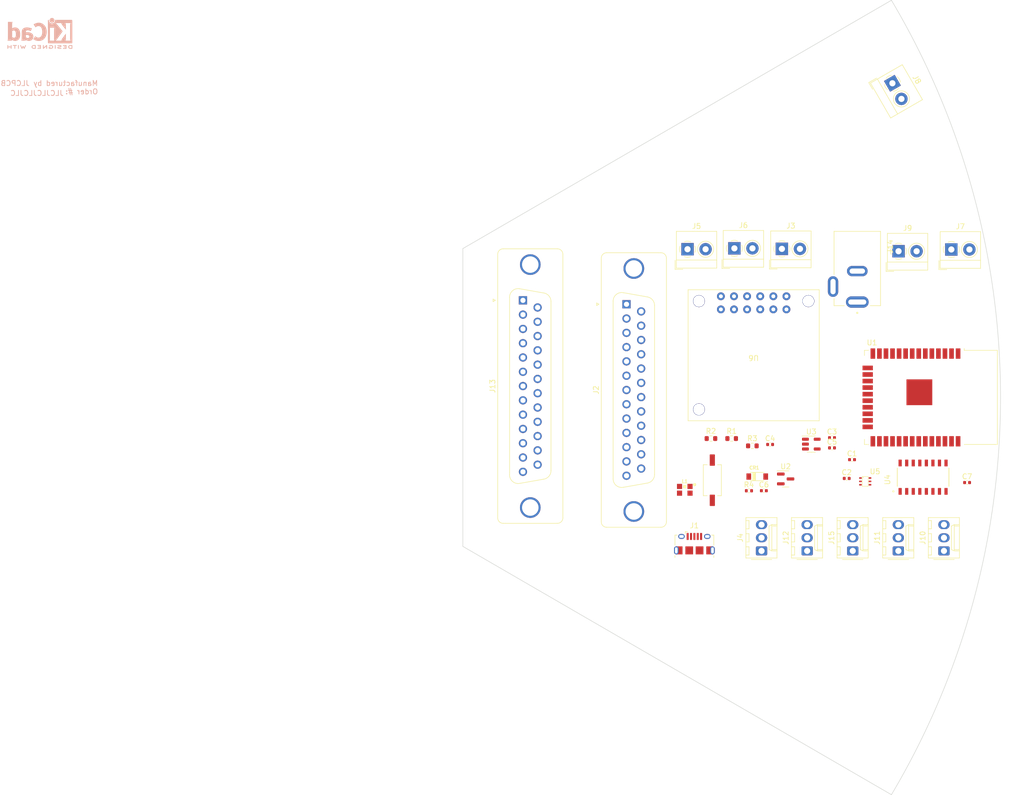
<source format=kicad_pcb>
(kicad_pcb (version 20211014) (generator pcbnew)
  (layers (0 "F.Cu" signal) (1 "In1.Cu" signal) (2 "In2.Cu" signal) (31 "B.Cu" signal) (34 "B.Paste" user) (35 "F.Paste" user) (36 "B.SilkS" user "B.Silkscreen") (37 "F.SilkS" user "F.Silkscreen") (38 "B.Mask" user) (39 "F.Mask" user) (44 "Edge.Cuts" user))
  (net 0 "")
  (net 1 "RX_FU")
  (net 2 "GND")
  (net 3 "+3.3V")
  (net 4 "VIN")
  (net 5 "VBUS")
  (net 8 "D-")
  (net 9 "D+")
  (net 12 "VBUS_DC")
  (net 13 "SCL")
  (net 14 "SDA")
  (net 15 "+5V")
  (net 16 "D-_DC")
  (net 18 "GND_DC")
  (net 19 "D+_DC")
  (net 21 "Net-(R3-Pad1)")
  (net 22 "ST_LED_D")
  (net 27 "RX_US")
  (net 28 "TX_US")
  (net 29 "TX_FU")
  (net 30 "RX_FU4")
  (net 38 "GPIO0")
  (net 39 "TX_FU4")
  (net 40 "RX_FU3")
  (net 43 "TXD0")
  (net 44 "RXD0")
  (net 45 "TX_FU3")
  (net 53 "DTR")
  (net 54 "RTS")
  (net 56 "RESET")
  (net 61 "+12V")
  (net 62 "Net-(L1-Pad3)")
  (net 63 "RX_FU2")
  (net 64 "TX_FU2")
  (footprint "Package_TO_SOT_SMD:SOT-23-5" (layer "F.Cu") (at 121.29 116.75)
    (fp_text reference "U3" (at 0 -2.4) (layer "F.SilkS"))
    (fp_text value "ME6211C33M5G")
    (pad "1" smd roundrect locked (at -1.1375 -0.95) (size 1.325 0.6) (layers "F.Cu" "F.Paste" "F.Mask") (net 4 "VIN"))
    (pad "2" smd roundrect locked (at -1.1375 0) (size 1.325 0.6) (layers "F.Cu" "F.Paste" "F.Mask") (net 2 "GND"))
    (pad "3" smd roundrect locked (at -1.1375 0.95) (size 1.325 0.6) (layers "F.Cu" "F.Paste" "F.Mask") (net 21 "Net-(R3-Pad1)"))
    (pad "4" smd roundrect locked (at 1.1375 0.95) (size 1.325 0.6) (layers "F.Cu" "F.Paste" "F.Mask"))
    (pad "5" smd roundrect locked (at 1.1375 -0.95) (size 1.325 0.6) (layers "F.Cu" "F.Paste" "F.Mask") (net 3 "+3.3V"))
  )
  (footprint "Capacitor_SMD:C_0402_1005Metric" (layer "F.Cu") (at 125.3 115.51)
    (fp_text reference "C3" (at 0 -1.16) (layer "F.SilkS"))
    (fp_text value "100nF")
    (pad "1" smd roundrect locked (at -0.48 0) (size 0.56 0.62) (layers "F.Cu" "F.Paste" "F.Mask") (net 3 "+3.3V"))
    (pad "2" smd roundrect locked (at 0.48 0) (size 0.56 0.62) (layers "F.Cu" "F.Paste" "F.Mask") (net 2 "GND"))
  )
  (footprint "Custom:WS2812B-2020" (layer "F.Cu") (at 96.78 125.605)
    (fp_text reference "L1" (at 0 -1.624) (layer "F.SilkS") (effects (font (size 0.64 0.64))))
    (fp_text value "WS2812B-2020")
    (pad "1" smd rect (at 1.015 0.65) (size 1 1) (layers "F.Cu" "F.Paste" "F.Mask"))
    (pad "2" smd rect (at 1.015 -0.65) (size 1 1) (layers "F.Cu" "F.Paste" "F.Mask") (net 2 "GND"))
    (pad "3" smd rect (at -1.015 -0.65) (size 1 1) (layers "F.Cu" "F.Paste" "F.Mask") (net 62 "Net-(L1-Pad3)"))
    (pad "4" smd rect (at -1.015 0.65) (size 1 1) (layers "F.Cu" "F.Paste" "F.Mask") (net 15 "+5V"))
  )
  (footprint "Custom:XKB_DC-005-5A-2.0" (layer "F.Cu") (at 130.2 83.21 -90)
    (fp_text reference "J14" (at -4.775 -6.385 90) (layer "F.SilkS"))
    (fp_text value "DC-005-5A-2.0")
    (pad "1" thru_hole oval (at 6 0 270) (size 2.2 4.4) (drill oval 1 3.5) (layers *.Cu *.Mask) (net 61 "+12V"))
    (pad "2" thru_hole oval (at 0 0 270) (size 2 4) (drill oval 1 3) (layers *.Cu *.Mask) (net 2 "GND"))
    (pad "3" thru_hole oval (at 3 4.7 270) (size 4 2) (drill oval 3 1) (layers *.Cu *.Mask) (net 2 "GND"))
  )
  (footprint "Resistor_SMD:R_0603_1608Metric" (layer "F.Cu") (at 105.86 115.67)
    (fp_text reference "R1" (at 0 -1.43) (layer "F.SilkS"))
    (fp_text value "10K")
    (pad "1" smd roundrect locked (at -0.825 0) (size 0.8 0.95) (layers "F.Cu" "F.Paste" "F.Mask") (net 3 "+3.3V"))
    (pad "2" smd roundrect locked (at 0.825 0) (size 0.8 0.95) (layers "F.Cu" "F.Paste" "F.Mask") (net 56 "RESET"))
  )
  (footprint "Custom:SOIC127P600X180-16N" (layer "F.Cu") (at 142.945 123.16 90)
    (fp_text reference "U4" (at -0.48 -6.885 90) (layer "F.SilkS"))
    (fp_text value "CH340C")
    (pad "1" smd roundrect (at -2.75 -4.445 90) (size 1.31 0.62) (layers "F.Cu" "F.Paste" "F.Mask") (roundrect_rratio 0.08) (net 2 "GND"))
    (pad "2" smd roundrect (at -2.75 -3.175 90) (size 1.31 0.62) (layers "F.Cu" "F.Paste" "F.Mask") (roundrect_rratio 0.08) (net 44 "RXD0"))
    (pad "3" smd roundrect (at -2.75 -1.905 90) (size 1.31 0.62) (layers "F.Cu" "F.Paste" "F.Mask") (roundrect_rratio 0.08) (net 43 "TXD0"))
    (pad "4" smd roundrect (at -2.75 -0.635 90) (size 1.31 0.62) (layers "F.Cu" "F.Paste" "F.Mask") (roundrect_rratio 0.08) (net 3 "+3.3V"))
    (pad "5" smd roundrect (at -2.75 0.635 90) (size 1.31 0.62) (layers "F.Cu" "F.Paste" "F.Mask") (roundrect_rratio 0.08) (net 9 "D+"))
    (pad "6" smd roundrect (at -2.75 1.905 90) (size 1.31 0.62) (layers "F.Cu" "F.Paste" "F.Mask") (roundrect_rratio 0.08) (net 8 "D-"))
    (pad "7" smd roundrect (at -2.75 3.175 90) (size 1.31 0.62) (layers "F.Cu" "F.Paste" "F.Mask") (roundrect_rratio 0.08))
    (pad "8" smd roundrect (at -2.75 4.445 90) (size 1.31 0.62) (layers "F.Cu" "F.Paste" "F.Mask") (roundrect_rratio 0.08))
    (pad "9" smd roundrect (at 2.75 4.445 90) (size 1.31 0.62) (layers "F.Cu" "F.Paste" "F.Mask") (roundrect_rratio 0.08))
    (pad "10" smd roundrect (at 2.75 3.175 90) (size 1.31 0.62) (layers "F.Cu" "F.Paste" "F.Mask") (roundrect_rratio 0.08))
    (pad "11" smd roundrect (at 2.75 1.905 90) (size 1.31 0.62) (layers "F.Cu" "F.Paste" "F.Mask") (roundrect_rratio 0.08))
    (pad "12" smd roundrect (at 2.75 0.635 90) (size 1.31 0.62) (layers "F.Cu" "F.Paste" "F.Mask") (roundrect_rratio 0.08))
    (pad "13" smd roundrect (at 2.75 -0.635 90) (size 1.31 0.62) (layers "F.Cu" "F.Paste" "F.Mask") (roundrect_rratio 0.08) (net 53 "DTR"))
    (pad "14" smd roundrect (at 2.75 -1.905 90) (size 1.31 0.62) (layers "F.Cu" "F.Paste" "F.Mask") (roundrect_rratio 0.08) (net 54 "RTS"))
    (pad "15" smd roundrect (at 2.75 -3.175 90) (size 1.31 0.62) (layers "F.Cu" "F.Paste" "F.Mask") (roundrect_rratio 0.08))
    (pad "16" smd roundrect (at 2.75 -4.445 90) (size 1.31 0.62) (layers "F.Cu" "F.Paste" "F.Mask") (roundrect_rratio 0.08) (net 3 "+3.3V"))
  )
  (footprint "Capacitor_SMD:C_0402_1005Metric" (layer "F.Cu") (at 125.3 117.48)
    (fp_text reference "C5" (at 0 -1.16) (layer "F.SilkS"))
    (fp_text value "1uF")
    (pad "1" smd roundrect locked (at -0.48 0) (size 0.56 0.62) (layers "F.Cu" "F.Paste" "F.Mask") (net 2 "GND"))
    (pad "2" smd roundrect locked (at 0.48 0) (size 0.56 0.62) (layers "F.Cu" "F.Paste" "F.Mask") (net 4 "VIN"))
  )
  (footprint "TerminalBlock_4Ucon:TerminalBlock_4Ucon_1x02_P3.50mm_Horizontal" (layer "F.Cu") (at 97.31 78.97)
    (fp_text reference "J5" (at 1.75 -4.46) (layer "F.SilkS"))
    (fp_text value "12OUT")
    (pad "1" thru_hole rect locked (at 0 0) (size 2.4 2.4) (drill 1.2) (layers *.Cu *.Mask) (net 2 "GND"))
    (pad "2" thru_hole circle locked (at 3.5 0) (size 2.4 2.4) (drill 1.2) (layers *.Cu *.Mask) (net 61 "+12V"))
  )
  (footprint "TerminalBlock_4Ucon:TerminalBlock_4Ucon_1x02_P3.50mm_Horizontal" (layer "F.Cu") (at 106.39 78.8)
    (fp_text reference "J6" (at 1.75 -4.46) (layer "F.SilkS"))
    (fp_text value "12VOUT")
    (pad "1" thru_hole rect locked (at 0 0) (size 2.4 2.4) (drill 1.2) (layers *.Cu *.Mask) (net 2 "GND"))
    (pad "2" thru_hole circle locked (at 3.5 0) (size 2.4 2.4) (drill 1.2) (layers *.Cu *.Mask) (net 61 "+12V"))
  )
  (footprint "Capacitor_SMD:C_0402_1005Metric" (layer "F.Cu") (at 151.47 124.2)
    (fp_text reference "C7" (at 0 -1.16) (layer "F.SilkS"))
    (fp_text value "1uF")
    (pad "1" smd roundrect locked (at -0.48 0) (size 0.56 0.62) (layers "F.Cu" "F.Paste" "F.Mask") (net 3 "+3.3V"))
    (pad "2" smd roundrect locked (at 0.48 0) (size 0.56 0.62) (layers "F.Cu" "F.Paste" "F.Mask") (net 2 "GND"))
  )
  (footprint "TerminalBlock_4Ucon:TerminalBlock_4Ucon_1x02_P3.50mm_Horizontal" (layer "F.Cu") (at 138.19 79.36)
    (fp_text reference "J9" (at 1.75 -4.46) (layer "F.SilkS"))
    (fp_text value "5V Out")
    (pad "1" thru_hole rect locked (at 0 0) (size 2.4 2.4) (drill 1.2) (layers *.Cu *.Mask) (net 2 "GND"))
    (pad "2" thru_hole circle locked (at 3.5 0) (size 2.4 2.4) (drill 1.2) (layers *.Cu *.Mask) (net 15 "+5V"))
  )
  (footprint "Pololu:D36V50F5-STEPDOWN" (layer "F.Cu") (at 110.125 99.525 180)
    (fp_text reference "U6" (at 0 -0.5 180 unlocked) (layer "F.SilkS"))
    (fp_text value "D36V50F5-STEPDOWN")
    (pad "1" thru_hole circle (at -6.35 11.43 180) (size 1.524 1.524) (drill 0.762) (layers *.Cu *.Mask) (net 15 "+5V"))
    (pad "2" thru_hole circle (at -3.81 11.43 180) (size 1.524 1.524) (drill 0.762) (layers *.Cu *.Mask) (net 2 "GND"))
    (pad "3" thru_hole circle (at -1.27 11.43 180) (size 1.524 1.524) (drill 0.762) (layers *.Cu *.Mask) (net 2 "GND"))
    (pad "4" thru_hole circle (at 1.27 11.43 180) (size 1.524 1.524) (drill 0.762) (layers *.Cu *.Mask) (net 61 "+12V"))
    (pad "5" thru_hole circle (at 3.81 11.43 180) (size 1.524 1.524) (drill 0.762) (layers *.Cu *.Mask))
    (pad "6" thru_hole circle (at 6.35 11.43 180) (size 1.524 1.524) (drill 0.762) (layers *.Cu *.Mask))
    (pad "7" thru_hole circle (at 6.35 8.89 180) (size 1.524 1.524) (drill 0.762) (layers *.Cu *.Mask))
    (pad "8" thru_hole circle (at 3.81 8.89 180) (size 1.524 1.524) (drill 0.762) (layers *.Cu *.Mask))
    (pad "9" thru_hole circle (at 1.27 8.89 180) (size 1.524 1.524) (drill 0.762) (layers *.Cu *.Mask) (net 61 "+12V"))
    (pad "10" thru_hole circle (at -1.27 8.89 180) (size 1.524 1.524) (drill 0.762) (layers *.Cu *.Mask) (net 2 "GND"))
    (pad "11" thru_hole circle (at -3.81 8.89 180) (size 1.524 1.524) (drill 0.762) (layers *.Cu *.Mask) (net 2 "GND"))
    (pad "12" thru_hole circle (at -6.35 8.89 180) (size 1.524 1.524) (drill 0.762) (layers *.Cu *.Mask) (net 15 "+5V"))
    (pad "13" thru_hole circle (at -10.6 10.5 180) (size 2.3 2.3) (drill 2.2) (layers *.Cu *.Mask))
    (pad "14" thru_hole circle (at 10.6 10.5 180) (size 2.3 2.3) (drill 2.2) (layers *.Cu *.Mask))
    (pad "15" thru_hole circle (at 10.6 -10.5 180) (size 2.3 2.3) (drill 2.2) (layers *.Cu *.Mask))
  )
  (footprint "Capacitor_SMD:C_0402_1005Metric" (layer "F.Cu") (at 113.31 116.82)
    (fp_text reference "C4" (at 0 -1.16) (layer "F.SilkS"))
    (fp_text value "10uF")
    (pad "1" smd roundrect locked (at -0.48 0) (size 0.56 0.62) (layers "F.Cu" "F.Paste" "F.Mask") (net 3 "+3.3V"))
    (pad "2" smd roundrect locked (at 0.48 0) (size 0.56 0.62) (layers "F.Cu" "F.Paste" "F.Mask") (net 2 "GND"))
  )
  (footprint "Custom:TS-1101S-B-B-B-W-A" (layer "F.Cu") (at 102.115 123.745 -90)
    (fp_text reference "SW1")
    (fp_text value "SW_Push")
    (pad "1" smd roundrect (at -3.9 0 270) (size 2.2 1) (layers "F.Cu" "F.Paste" "F.Mask") (roundrect_rratio 0.1) (net 2 "GND"))
    (pad "2" smd roundrect (at 3.9 0 270) (size 2.2 1) (layers "F.Cu" "F.Paste" "F.Mask") (roundrect_rratio 0.1) (net 56 "RESET"))
  )
  (footprint "Capacitor_SMD:C_0402_1005Metric" (layer "F.Cu") (at 112.1 125.78)
    (fp_text reference "C6" (at 0 -1.16) (layer "F.SilkS"))
    (fp_text value "100nF")
    (pad "1" smd roundrect locked (at -0.48 0) (size 0.56 0.62) (layers "F.Cu" "F.Paste" "F.Mask") (net 3 "+3.3V"))
    (pad "2" smd roundrect locked (at 0.48 0) (size 0.56 0.62) (layers "F.Cu" "F.Paste" "F.Mask") (net 2 "GND"))
  )
  (footprint "Connector_Molex:Molex_KK-254_AE-6410-03A_1x03_P2.54mm_Vertical" (layer "F.Cu") (at 111.65 137.45 90)
    (fp_text reference "J4" (at 2.54 -4.12 90) (layer "F.SilkS"))
    (fp_text value "SERIAL_RS")
    (pad "1" thru_hole roundrect locked (at 0 0 90) (size 1.74 2.19) (drill 1.19) (layers *.Cu *.Mask) (roundrect_rratio 0.143678) (net 2 "GND"))
    (pad "2" thru_hole oval locked (at 2.54 0 90) (size 1.74 2.19) (drill 1.19) (layers *.Cu *.Mask) (net 27 "RX_US"))
    (pad "3" thru_hole oval locked (at 5.08 0 90) (size 1.74 2.19) (drill 1.19) (layers *.Cu *.Mask) (net 28 "TX_US"))
  )
  (footprint "Connector_Dsub:DSUB-25_Female_Vertical_P2.77x2.84mm_MountingHoles" (layer "F.Cu") (at 65.43 88.879338 90)
    (fp_text reference "J13" (at -16.62 -5.89 90) (layer "F.SilkS"))
    (fp_text value "DB25_Female_MountingHoles")
    (pad "0" thru_hole circle locked (at 6.93 1.42 90) (size 4 4) (drill 3.2) (layers *.Cu *.Mask))
    (pad "0" thru_hole circle locked (at -40.17 1.42 90) (size 4 4) (drill 3.2) (layers *.Cu *.Mask))
    (pad "1" thru_hole rect locked (at 0 0 90) (size 1.6 1.6) (drill 1) (layers *.Cu *.Mask) (net 61 "+12V"))
    (pad "2" thru_hole circle locked (at -2.77 0 90) (size 1.6 1.6) (drill 1) (layers *.Cu *.Mask) (net 61 "+12V"))
    (pad "3" thru_hole circle locked (at -5.54 0 90) (size 1.6 1.6) (drill 1) (layers *.Cu *.Mask) (net 2 "GND"))
    (pad "4" thru_hole circle locked (at -8.31 0 90) (size 1.6 1.6) (drill 1) (layers *.Cu *.Mask) (net 2 "GND"))
    (pad "5" thru_hole circle locked (at -11.08 0 90) (size 1.6 1.6) (drill 1) (layers *.Cu *.Mask) (net 12 "VBUS_DC"))
    (pad "6" thru_hole circle locked (at -13.85 0 90) (size 1.6 1.6) (drill 1) (layers *.Cu *.Mask) (net 16 "D-_DC"))
    (pad "7" thru_hole circle locked (at -16.62 0 90) (size 1.6 1.6) (drill 1) (layers *.Cu *.Mask))
    (pad "8" thru_hole circle locked (at -19.39 0 90) (size 1.6 1.6) (drill 1) (layers *.Cu *.Mask) (net 2 "GND"))
    (pad "9" thru_hole circle locked (at -22.16 0 90) (size 1.6 1.6) (drill 1) (layers *.Cu *.Mask) (net 9 "D+"))
    (pad "10" thru_hole circle locked (at -24.93 0 90) (size 1.6 1.6) (drill 1) (layers *.Cu *.Mask) (net 2 "GND"))
    (pad "11" thru_hole circle locked (at -27.7 0 90) (size 1.6 1.6) (drill 1) (layers *.Cu *.Mask) (net 2 "GND"))
    (pad "12" thru_hole circle locked (at -30.47 0 90) (size 1.6 1.6) (drill 1) (layers *.Cu *.Mask) (net 61 "+12V"))
    (pad "13" thru_hole circle locked (at -33.24 0 90) (size 1.6 1.6) (drill 1) (layers *.Cu *.Mask) (net 61 "+12V"))
    (pad "14" thru_hole circle locked (at -1.385 2.84 90) (size 1.6 1.6) (drill 1) (layers *.Cu *.Mask) (net 61 "+12V"))
    (pad "15" thru_hole circle locked (at -4.155 2.84 90) (size 1.6 1.6) (drill 1) (layers *.Cu *.Mask) (net 61 "+12V"))
    (pad "16" thru_hole circle locked (at -6.925 2.84 90) (size 1.6 1.6) (drill 1) (layers *.Cu *.Mask) (net 2 "GND"))
    (pad "17" thru_hole circle locked (at -9.695 2.84 90) (size 1.6 1.6) (drill 1) (layers *.Cu *.Mask) (net 2 "GND"))
    (pad "18" thru_hole circle locked (at -12.465 2.84 90) (size 1.6 1.6) (drill 1) (layers *.Cu *.Mask) (net 18 "GND_DC"))
    (pad "19" thru_hole circle locked (at -15.235 2.84 90) (size 1.6 1.6) (drill 1) (layers *.Cu *.Mask) (net 19 "D+_DC"))
    (pad "20" thru_hole circle locked (at -18.005 2.84 90) (size 1.6 1.6) (drill 1) (layers *.Cu *.Mask) (net 5 "VBUS"))
    (pad "21" thru_hole circle locked (at -20.775 2.84 90) (size 1.6 1.6) (drill 1) (layers *.Cu *.Mask) (net 8 "D-"))
    (pad "22" thru_hole circle locked (at -23.545 2.84 90) (size 1.6 1.6) (drill 1) (layers *.Cu *.Mask) (net 2 "GND"))
    (pad "23" thru_hole circle locked (at -26.315 2.84 90) (size 1.6 1.6) (drill 1) (layers *.Cu *.Mask) (net 2 "GND"))
    (pad "24" thru_hole circle locked (at -29.085 2.84 90) (size 1.6 1.6) (drill 1) (layers *.Cu *.Mask) (net 61 "+12V"))
    (pad "25" thru_hole circle locked (at -31.855 2.84 90) (size 1.6 1.6) (drill 1) (layers *.Cu *.Mask) (net 61 "+12V"))
  )
  (footprint "Resistor_SMD:R_0402_1005Metric" (layer "F.Cu") (at 109.21 125.79)
    (fp_text reference "R4" (at 0 -1.17) (layer "F.SilkS"))
    (fp_text value "220")
    (pad "1" smd roundrect locked (at -0.51 0) (size 0.54 0.64) (layers "F.Cu" "F.Paste" "F.Mask") (net 22 "ST_LED_D"))
    (pad "2" smd roundrect locked (at 0.51 0) (size 0.54 0.64) (layers "F.Cu" "F.Paste" "F.Mask") (net 62 "Net-(L1-Pad3)"))
  )
  (footprint "Custom:SOD3716X135N" (layer "F.Cu") (at 110.8185 123.0385)
    (fp_text reference "CR1" (at -0.568058 -1.706585) (layer "F.SilkS") (effects (font (size 0.64007 0.64007))))
    (fp_text value "B5819W-TP")
    (pad "A" smd rect (at 1.6383 0) (size 0.9144 1.2192) (layers "F.Cu" "F.Paste" "F.Mask") (net 5 "VBUS"))
    (pad "C" smd rect (at -1.6383 0) (size 0.9144 1.2192) (layers "F.Cu" "F.Paste" "F.Mask") (net 4 "VIN"))
  )
  (footprint "Package_TO_SOT_SMD:SOT-23" (layer "F.Cu") (at 116.32 123.5)
    (fp_text reference "U2" (at 0 -2.4) (layer "F.SilkS"))
    (fp_text value "CJ2301_S1")
    (pad "1" smd roundrect (at -0.9375 -0.95) (size 1.475 0.6) (layers "F.Cu" "F.Paste" "F.Mask") (net 5 "VBUS"))
    (pad "2" smd roundrect (at -0.9375 0.95) (size 1.475 0.6) (layers "F.Cu" "F.Paste" "F.Mask") (net 4 "VIN"))
    (pad "3" smd roundrect (at 0.9375 0) (size 1.475 0.6) (layers "F.Cu" "F.Paste" "F.Mask") (net 15 "+5V"))
  )
  (footprint "TerminalBlock_4Ucon:TerminalBlock_4Ucon_1x02_P3.50mm_Horizontal" (layer "F.Cu") (at 148.42 79.02)
    (fp_text reference "J7" (at 1.75 -4.46) (layer "F.SilkS"))
    (fp_text value "5V OUT")
    (pad "1" thru_hole rect locked (at 0 0) (size 2.4 2.4) (drill 1.2) (layers *.Cu *.Mask) (net 2 "GND"))
    (pad "2" thru_hole circle locked (at 3.5 0) (size 2.4 2.4) (drill 1.2) (layers *.Cu *.Mask) (net 15 "+5V"))
  )
  (footprint "Capacitor_SMD:C_0402_1005Metric" (layer "F.Cu") (at 129.18 119.76)
    (fp_text reference "C1" (at 0 -1.16) (layer "F.SilkS"))
    (fp_text value "100nF")
    (pad "1" smd roundrect locked (at -0.48 0) (size 0.56 0.62) (layers "F.Cu" "F.Paste" "F.Mask") (net 56 "RESET"))
    (pad "2" smd roundrect locked (at 0.48 0) (size 0.56 0.62) (layers "F.Cu" "F.Paste" "F.Mask") (net 2 "GND"))
  )
  (footprint "Custom:UMT6" (layer "F.Cu") (at 131.735 123.9758)
    (fp_text reference "U5" (at 1.905 -1.905) (layer "F.SilkS"))
    (fp_text value "UMH3N")
    (pad "1" smd rect (at -0.925 -0.65) (size 0.5 0.3) (layers "F.Cu") (net 54 "RTS"))
    (pad "2" smd rect (at -0.925 0) (size 0.5 0.3) (layers "F.Cu") (net 53 "DTR"))
    (pad "3" smd rect (at -0.925 0.65) (size 0.5 0.3) (layers "F.Cu") (net 38 "GPIO0"))
    (pad "4" smd rect (at 0.925 0.65 180) (size 0.5 0.3) (layers "F.Cu") (net 53 "DTR"))
    (pad "5" smd rect (at 0.925 0 180) (size 0.5 0.3) (layers "F.Cu") (net 54 "RTS"))
    (pad "6" smd rect (at 0.925 -0.65 180) (size 0.5 0.3) (layers "F.Cu") (net 56 "RESET"))
  )
  (footprint "RF_Module:ESP32-WROOM-32" (layer "F.Cu") (at 141.47 107.7 -90)
    (fp_text reference "U1" (at -10.61 8.43) (layer "F.SilkS"))
    (fp_text value "ESP32-WROOM-32D_16MB_")
    (pad "1" smd rect locked (at -8.5 -8.255 270) (size 2 0.9) (layers "F.Cu" "F.Paste" "F.Mask") (net 2 "GND"))
    (pad "2" smd rect locked (at -8.5 -6.985 270) (size 2 0.9) (layers "F.Cu" "F.Paste" "F.Mask") (net 3 "+3.3V"))
    (pad "3" smd rect locked (at -8.5 -5.715 270) (size 2 0.9) (layers "F.Cu" "F.Paste" "F.Mask") (net 56 "RESET"))
    (pad "4" smd rect locked (at -8.5 -4.445 270) (size 2 0.9) (layers "F.Cu" "F.Paste" "F.Mask"))
    (pad "5" smd rect locked (at -8.5 -3.175 270) (size 2 0.9) (layers "F.Cu" "F.Paste" "F.Mask"))
    (pad "6" smd rect locked (at -8.5 -1.905 270) (size 2 0.9) (layers "F.Cu" "F.Paste" "F.Mask"))
    (pad "7" smd rect locked (at -8.5 -0.635 270) (size 2 0.9) (layers "F.Cu" "F.Paste" "F.Mask"))
    (pad "8" smd rect locked (at -8.5 0.635 270) (size 2 0.9) (layers "F.Cu" "F.Paste" "F.Mask") (net 64 "TX_FU2"))
    (pad "9" smd rect locked (at -8.5 1.905 270) (size 2 0.9) (layers "F.Cu" "F.Paste" "F.Mask") (net 63 "RX_FU2"))
    (pad "10" smd rect locked (at -8.5 3.175 270) (size 2 0.9) (layers "F.Cu" "F.Paste" "F.Mask") (net 40 "RX_FU3"))
    (pad "11" smd rect locked (at -8.5 4.445 270) (size 2 0.9) (layers "F.Cu" "F.Paste" "F.Mask") (net 39 "TX_FU4"))
    (pad "12" smd rect locked (at -8.5 5.715 270) (size 2 0.9) (layers "F.Cu" "F.Paste" "F.Mask") (net 30 "RX_FU4"))
    (pad "13" smd rect locked (at -8.5 6.985 270) (size 2 0.9) (layers "F.Cu" "F.Paste" "F.Mask") (net 27 "RX_US"))
    (pad "14" smd rect locked (at -8.5 8.255 270) (size 2 0.9) (layers "F.Cu" "F.Paste" "F.Mask"))
    (pad "15" smd rect locked (at -5.715 9.255) (size 2 0.9) (layers "F.Cu" "F.Paste" "F.Mask") (net 2 "GND"))
    (pad "16" smd rect locked (at -4.445 9.255) (size 2 0.9) (layers "F.Cu" "F.Paste" "F.Mask") (net 28 "TX_US"))
    (pad "17" smd rect locked (at -3.175 9.255) (size 2 0.9) (layers "F.Cu" "F.Paste" "F.Mask"))
    (pad "18" smd rect locked (at -1.905 9.255) (size 2 0.9) (layers "F.Cu" "F.Paste" "F.Mask"))
    (pad "19" smd rect locked (at -0.635 9.255) (size 2 0.9) (layers "F.Cu" "F.Paste" "F.Mask"))
    (pad "20" smd rect locked (at 0.635 9.255) (size 2 0.9) (layers "F.Cu" "F.Paste" "F.Mask"))
    (pad "21" smd rect locked (at 1.905 9.255) (size 2 0.9) (layers "F.Cu" "F.Paste" "F.Mask"))
    (pad "22" smd rect locked (at 3.175 9.255) (size 2 0.9) (layers "F.Cu" "F.Paste" "F.Mask"))
    (pad "23" smd rect locked (at 4.445 9.255) (size 2 0.9) (layers "F.Cu" "F.Paste" "F.Mask") (net 29 "TX_FU"))
    (pad "24" smd rect locked (at 5.715 9.255) (size 2 0.9) (layers "F.Cu" "F.Paste" "F.Mask"))
    (pad "25" smd rect locked (at 8.5 8.255 270) (size 2 0.9) (layers "F.Cu" "F.Paste" "F.Mask") (net 38 "GPIO0"))
    (pad "26" smd rect locked (at 8.5 6.985 270) (size 2 0.9) (layers "F.Cu" "F.Paste" "F.Mask") (net 22 "ST_LED_D"))
    (pad "27" smd rect locked (at 8.5 5.715 270) (size 2 0.9) (layers "F.Cu" "F.Paste" "F.Mask") (net 1 "RX_FU"))
    (pad "28" smd rect locked (at 8.5 4.445 270) (size 2 0.9) (layers "F.Cu" "F.Paste" "F.Mask") (net 64 "TX_FU2"))
    (pad "29" smd rect locked (at 8.5 3.175 270) (size 2 0.9) (layers "F.Cu" "F.Paste" "F.Mask"))
    (pad "30" smd rect locked (at 8.5 1.905 270) (size 2 0.9) (layers "F.Cu" "F.Paste" "F.Mask") (net 63 "RX_FU2"))
    (pad "31" smd rect locked (at 8.5 0.635 270) (size 2 0.9) (layers "F.Cu" "F.Paste" "F.Mask"))
    (pad "32" smd rect locked (at 8.5 -0.635 270) (size 2 0.9) (layers "F.Cu" "F.Paste" "F.Mask"))
    (pad "33" smd rect locked (at 8.5 -1.905 270) (size 2 0.9) (layers "F.Cu" "F.Paste" "F.Mask") (net 14 "SDA"))
    (pad "34" smd rect locked (at 8.5 -3.175 270) (size 2 0.9) (layers "F.Cu" "F.Paste" "F.Mask") (net 44 "RXD0"))
    (pad "35" smd rect locked (at 8.5 -4.445 270) (size 2 0.9) (layers "F.Cu" "F.Paste" "F.Mask") (net 43 "TXD0"))
    (pad "36" smd rect locked (at 8.5 -5.715 270) (size 2 0.9) (layers "F.Cu" "F.Paste" "F.Mask") (net 13 "SCL"))
    (pad "37" smd rect locked (at 8.5 -6.985 270) (size 2 0.9) (layers "F.Cu" "F.Paste" "F.Mask") (net 45 "TX_FU3"))
    (pad "38" smd rect locked (at 8.5 -8.255 270) (size 2 0.9) (layers "F.Cu" "F.Paste" "F.Mask") (net 2 "GND"))
    (pad "39" smd rect locked (at -1 -0.755 270) (size 5 5) (layers "F.Cu" "F.Paste" "F.Mask") (net 2 "GND"))
  )
  (footprint "Connector_Molex:Molex_KK-254_AE-6410-03A_1x03_P2.54mm_Vertical" (layer "F.Cu") (at 120.485 137.45 90)
    (fp_text reference "J12" (at 2.54 -4.12 90) (layer "F.SilkS"))
    (fp_text value "SERIAL_FU")
    (pad "1" thru_hole roundrect locked (at 0 0 90) (size 1.74 2.19) (drill 1.19) (layers *.Cu *.Mask) (roundrect_rratio 0.143678) (net 2 "GND"))
    (pad "2" thru_hole oval locked (at 2.54 0 90) (size 1.74 2.19) (drill 1.19) (layers *.Cu *.Mask) (net 1 "RX_FU"))
    (pad "3" thru_hole oval locked (at 5.08 0 90) (size 1.74 2.19) (drill 1.19) (layers *.Cu *.Mask) (net 29 "TX_FU"))
  )
  (footprint "Connector_Dsub:DSUB-25_Female_Vertical_P2.77x2.84mm_MountingHoles" (layer "F.Cu") (at 85.49 89.639338 90)
    (fp_text reference "J2" (at -16.62 -5.89 90) (layer "F.SilkS"))
    (fp_text value "DB25_Female_MountingHoles")
    (pad "0" thru_hole circle locked (at -40.17 1.42 90) (size 4 4) (drill 3.2) (layers *.Cu *.Mask))
    (pad "0" thru_hole circle locked (at 6.93 1.42 90) (size 4 4) (drill 3.2) (layers *.Cu *.Mask))
    (pad "1" thru_hole rect locked (at 0 0 90) (size 1.6 1.6) (drill 1) (layers *.Cu *.Mask) (net 61 "+12V"))
    (pad "2" thru_hole circle locked (at -2.77 0 90) (size 1.6 1.6) (drill 1) (layers *.Cu *.Mask) (net 61 "+12V"))
    (pad "3" thru_hole circle locked (at -5.54 0 90) (size 1.6 1.6) (drill 1) (layers *.Cu *.Mask) (net 2 "GND"))
    (pad "4" thru_hole circle locked (at -8.31 0 90) (size 1.6 1.6) (drill 1) (layers *.Cu *.Mask) (net 2 "GND"))
    (pad "5" thru_hole circle locked (at -11.08 0 90) (size 1.6 1.6) (drill 1) (layers *.Cu *.Mask) (net 12 "VBUS_DC"))
    (pad "6" thru_hole circle locked (at -13.85 0 90) (size 1.6 1.6) (drill 1) (layers *.Cu *.Mask) (net 16 "D-_DC"))
    (pad "7" thru_hole circle locked (at -16.62 0 90) (size 1.6 1.6) (drill 1) (layers *.Cu *.Mask))
    (pad "8" thru_hole circle locked (at -19.39 0 90) (size 1.6 1.6) (drill 1) (layers *.Cu *.Mask) (net 2 "GND"))
    (pad "9" thru_hole circle locked (at -22.16 0 90) (size 1.6 1.6) (drill 1) (layers *.Cu *.Mask) (net 9 "D+"))
    (pad "10" thru_hole circle locked (at -24.93 0 90) (size 1.6 1.6) (drill 1) (layers *.Cu *.Mask) (net 2 "GND"))
    (pad "11" thru_hole circle locked (at -27.7 0 90) (size 1.6 1.6) (drill 1) (layers *.Cu *.Mask) (net 2 "GND"))
    (pad "12" thru_hole circle locked (at -30.47 0 90) (size 1.6 1.6) (drill 1) (layers *.Cu *.Mask) (net 61 "+12V"))
    (pad "13" thru_hole circle locked (at -33.24 0 90) (size 1.6 1.6) (drill 1) (layers *.Cu *.Mask) (net 61 "+12V"))
    (pad "14" thru_hole circle locked (at -1.385 2.84 90) (size 1.6 1.6) (drill 1) (layers *.Cu *.Mask) (net 61 "+12V"))
    (pad "15" thru_hole circle locked (at -4.155 2.84 90) (size 1.6 1.6) (drill 1) (layers *.Cu *.Mask) (net 61 "+12V"))
    (pad "16" thru_hole circle locked (at -6.925 2.84 90) (size 1.6 1.6) (drill 1) (layers *.Cu *.Mask) (net 2 "GND"))
    (pad "17" thru_hole circle locked (at -9.695 2.84 90) (size 1.6 1.6) (drill 1) (layers *.Cu *.Mask) (net 2 "GND"))
    (pad "18" thru_hole circle locked (at -12.465 2.84 90) (size 1.6 1.6) (drill 1) (layers *.Cu *.Mask) (net 18 "GND_DC"))
    (pad "19" thru_hole circle locked (at -15.235 2.84 90) (size 1.6 1.6) (drill 1) (layers *.Cu *.Mask) (net 19 "D+_DC"))
    (pad "20" thru_hole circle locked (at -18.005 2.84 90) (size 1.6 1.6) (drill 1) (layers *.Cu *.Mask) (net 5 "VBUS"))
    (pad "21" thru_hole circle locked (at -20.775 2.84 90) (size 1.6 1.6) (drill 1) (layers *.Cu *.Mask) (net 8 "D-"))
    (pad "22" thru_hole circle locked (at -23.545 2.84 90) (size 1.6 1.6) (drill 1) (layers *.Cu *.Mask) (net 2 "GND"))
    (pad "23" thru_hole circle locked (at -26.315 2.84 90) (size 1.6 1.6) (drill 1) (layers *.Cu *.Mask) (net 2 "GND"))
    (pad "24" thru_hole circle locked (at -29.085 2.84 90) (size 1.6 1.6) (drill 1) (layers *.Cu *.Mask) (net 61 "+12V"))
    (pad "25" thru_hole circle locked (at -31.855 2.84 90) (size 1.6 1.6) (drill 1) (layers *.Cu *.Mask) (net 61 "+12V"))
  )
  (footprint "Capacitor_SMD:C_0402_1005Metric" (layer "F.Cu") (at 128.15 123.4)
    (fp_text reference "C2" (at 0 -1.16) (layer "F.SilkS"))
    (fp_text value "10uF")
    (pad "1" smd roundrect locked (at -0.48 0) (size 0.56 0.62) (layers "F.Cu" "F.Paste" "F.Mask") (net 3 "+3.3V"))
    (pad "2" smd roundrect locked (at 0.48 0) (size 0.56 0.62) (layers "F.Cu" "F.Paste" "F.Mask") (net 2 "GND"))
  )
  (footprint "Connector_Molex:Molex_KK-254_AE-6410-03A_1x03_P2.54mm_Vertical" (layer "F.Cu") (at 129.32 137.45 90)
    (fp_text reference "J15" (at 2.54 -4.12 90) (layer "F.SilkS"))
    (fp_text value "SERIAL_FU2")
    (pad "1" thru_hole roundrect locked (at 0 0 90) (size 1.74 2.19) (drill 1.19) (layers *.Cu *.Mask) (roundrect_rratio 0.143678) (net 2 "GND"))
    (pad "2" thru_hole oval locked (at 2.54 0 90) (size 1.74 2.19) (drill 1.19) (layers *.Cu *.Mask) (net 63 "RX_FU2"))
    (pad "3" thru_hole oval locked (at 5.08 0 90) (size 1.74 2.19) (drill 1.19) (layers *.Cu *.Mask) (net 64 "TX_FU2"))
  )
  (footprint "TerminalBlock_4Ucon:TerminalBlock_4Ucon_1x02_P3.50mm_Horizontal" (layer "F.Cu") (at 115.59 78.9)
    (fp_text reference "J3" (at 1.75 -4.46) (layer "F.SilkS"))
    (fp_text value "12VOUT")
    (pad "1" thru_hole rect locked (at 0 0) (size 2.4 2.4) (drill 1.2) (layers *.Cu *.Mask) (net 2 "GND"))
    (pad "2" thru_hole circle locked (at 3.5 0) (size 2.4 2.4) (drill 1.2) (layers *.Cu *.Mask) (net 61 "+12V"))
  )
  (footprint "Connector_USB:USB_Micro-B_Amphenol_10118194_Horizontal" (layer "F.Cu") (at 98.64 136.05)
    (fp_text reference "J1" (at 0 -3.5) (layer "F.SilkS"))
    (fp_text value "USB_B_Micro")
    (pad "1" smd rect locked (at -1.3 -1.4) (size 0.4 1.35) (layers "F.Cu" "F.Paste" "F.Mask") (net 5 "VBUS"))
    (pad "2" smd rect locked (at -0.65 -1.4) (size 0.4 1.35) (layers "F.Cu" "F.Paste" "F.Mask") (net 8 "D-"))
    (pad "3" smd rect locked (at 0 -1.4) (size 0.4 1.35) (layers "F.Cu" "F.Paste" "F.Mask") (net 9 "D+"))
    (pad "4" smd rect locked (at 0.65 -1.4) (size 0.4 1.35) (layers "F.Cu" "F.Paste" "F.Mask"))
    (pad "5" smd rect locked (at 1.3 -1.4) (size 0.4 1.35) (layers "F.Cu" "F.Paste" "F.Mask") (net 2 "GND"))
    (pad "6" smd rect locked (at -1 1.3) (size 1.5 1.55) (layers "F.Cu" "F.Paste" "F.Mask"))
    (pad "6" smd rect locked (at 1 1.3) (size 1.5 1.55) (layers "F.Cu" "F.Paste" "F.Mask"))
    (pad "6" smd rect locked (at -2.9 1.3) (size 1.2 1.55) (layers "F.Cu" "F.Paste" "F.Mask"))
    (pad "6" smd rect locked (at 2.9 1.3) (size 1.2 1.55) (layers "F.Cu" "F.Paste" "F.Mask"))
    (pad "6" thru_hole oval locked (at 2.5 -1.4) (size 1.25 0.95) (drill oval 0.85 0.55) (layers *.Cu *.Mask))
    (pad "6" thru_hole oval locked (at 3.5 1.3) (size 0.89 1.55) (drill oval 0.5 1.15) (layers *.Cu *.Mask))
    (pad "6" thru_hole oval locked (at -2.5 -1.4) (size 1.25 0.95) (drill oval 0.85 0.55) (layers *.Cu *.Mask))
    (pad "6" thru_hole oval locked (at -3.5 1.3) (size 0.89 1.55) (drill oval 0.5 1.15) (layers *.Cu *.Mask))
  )
  (footprint "Resistor_SMD:R_0603_1608Metric" (layer "F.Cu") (at 101.85 115.67)
    (fp_text reference "R2" (at 0 -1.43) (layer "F.SilkS"))
    (fp_text value "100K")
    (pad "1" smd roundrect locked (at -0.825 0) (size 0.8 0.95) (layers "F.Cu" "F.Paste" "F.Mask") (net 5 "VBUS"))
    (pad "2" smd roundrect locked (at 0.825 0) (size 0.8 0.95) (layers "F.Cu" "F.Paste" "F.Mask") (net 2 "GND"))
  )
  (footprint "Resistor_SMD:R_0603_1608Metric" (layer "F.Cu") (at 109.87 117.09)
    (fp_text reference "R3" (at 0 -1.43) (layer "F.SilkS"))
    (fp_text value "100K")
    (pad "1" smd roundrect locked (at -0.825 0) (size 0.8 0.95) (layers "F.Cu" "F.Paste" "F.Mask") (net 21 "Net-(R3-Pad1)"))
    (pad "2" smd roundrect locked (at 0.825 0) (size 0.8 0.95) (layers "F.Cu" "F.Paste" "F.Mask") (net 4 "VIN"))
  )
  (footprint "TerminalBlock_4Ucon:TerminalBlock_4Ucon_1x02_P3.50mm_Horizontal" (layer "F.Cu") (at 137 46.8 -60)
    (fp_text reference "J8" (at 1.75 -4.46 120) (layer "F.SilkS"))
    (fp_text value "5V Out 2")
    (pad "1" thru_hole rect locked (at 0 0 300) (size 2.4 2.4) (drill 1.2) (layers *.Cu *.Mask) (net 2 "GND"))
    (pad "2" thru_hole circle locked (at 3.5 0 300) (size 2.4 2.4) (drill 1.2) (layers *.Cu *.Mask) (net 15 "+5V"))
  )
  (footprint "Connector_Molex:Molex_KK-254_AE-6410-03A_1x03_P2.54mm_Vertical" (layer "F.Cu") (at 146.99 137.45 90)
    (fp_text reference "J10" (at 2.54 -4.12 90) (layer "F.SilkS"))
    (fp_text value "SERIAL_FU4")
    (pad "1" thru_hole roundrect locked (at 0 0 90) (size 1.74 2.19) (drill 1.19) (layers *.Cu *.Mask) (roundrect_rratio 0.143678) (net 2 "GND"))
    (pad "2" thru_hole oval locked (at 2.54 0 90) (size 1.74 2.19) (drill 1.19) (layers *.Cu *.Mask) (net 30 "RX_FU4"))
    (pad "3" thru_hole oval locked (at 5.08 0 90) (size 1.74 2.19) (drill 1.19) (layers *.Cu *.Mask) (net 39 "TX_FU4"))
  )
  (footprint "Connector_Molex:Molex_KK-254_AE-6410-03A_1x03_P2.54mm_Vertical" (layer "F.Cu") (at 138.155 137.45 90)
    (fp_text reference "J11" (at 2.54 -4.12 90) (layer "F.SilkS"))
    (fp_text value "SERIAL_FU3")
    (pad "1" thru_hole roundrect locked (at 0 0 90) (size 1.74 2.19) (drill 1.19) (layers *.Cu *.Mask) (roundrect_rratio 0.143678) (net 2 "GND"))
    (pad "2" thru_hole oval locked (at 2.54 0 90) (size 1.74 2.19) (drill 1.19) (layers *.Cu *.Mask) (net 40 "RX_FU3"))
    (pad "3" thru_hole oval locked (at 5.08 0 90) (size 1.74 2.19) (drill 1.19) (layers *.Cu *.Mask) (net 45 "TX_FU3"))
  )
  (footprint "Symbol:KiCad-Logo2_5mm_SilkScreen" (layer "B.Cu") (at -28.15 37.12 180)
    (fp_text reference "REF**" hide)
    (fp_text value "KiCad-Logo2_5mm_SilkScreen" hide)
  )
  (gr_line (start 53.79 136.578) (end 136.812 184.711) (layer "Edge.Cuts") (width 0.1))
  (gr_line (start 53.79 78.843) (end 136.812 30.71) (layer "Edge.Cuts") (width 0.1))
  (gr_line (start 53.79 78.843) (end 53.79 136.578) (layer "Edge.Cuts") (width 0.1))
  (gr_arc (start 136.812 30.71) (mid 157.949195 107.7105) (end 136.812 184.711) (layer "Edge.Cuts") (width 0.1))
  (gr_text "Manufactured by JLCPCB\nOrder #:" (at -16.82 47.61) (layer "B.SilkS") (effects (font (size 1 1)) (justify left mirror)))
  (gr_text "JLCJLCJLCJLC" (at -28.72 48.72) (layer "B.SilkS") (effects (font (size 1 1)) (justify mirror)))
)
</source>
